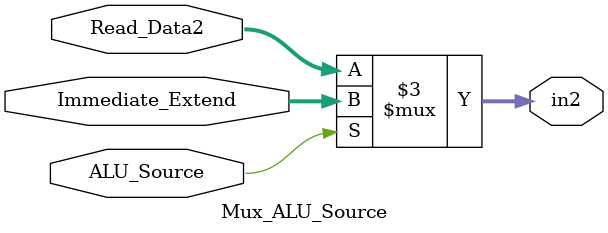
<source format=v>
module Mux_ALU_Source (Read_Data2, Immediate_Extend, ALU_Source, in2);

input [31:0] Read_Data2;
input [31:0] Immediate_Extend;
input ALU_Source;
output reg [31:0] in2;



always @(*) begin
	if(ALU_Source)
		begin
			in2 = Immediate_Extend;
		end
	else
		begin
			in2 = Read_Data2;
		end		

end
endmodule

</source>
